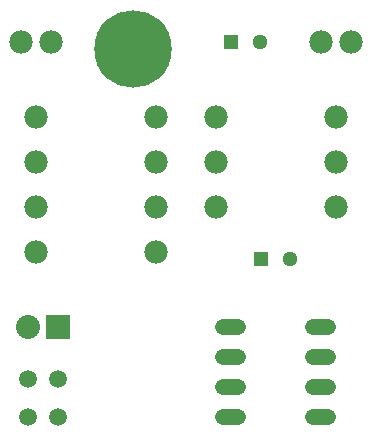
<source format=gts>
G75*
G70*
%OFA0B0*%
%FSLAX24Y24*%
%IPPOS*%
%LPD*%
%AMOC8*
5,1,8,0,0,1.08239X$1,22.5*
%
%ADD10C,0.0591*%
%ADD11R,0.0512X0.0512*%
%ADD12C,0.0512*%
%ADD13C,0.0780*%
%ADD14C,0.0520*%
%ADD15C,0.0800*%
%ADD16C,0.2580*%
%ADD17R,0.0800X0.0800*%
D10*
X001180Y001096D03*
X002180Y001096D03*
X002180Y002346D03*
X001180Y002346D03*
D11*
X008938Y006346D03*
X007938Y013596D03*
D12*
X008922Y013596D03*
X009922Y006346D03*
D13*
X011430Y008096D03*
X011430Y009596D03*
X011430Y011096D03*
X010930Y013596D03*
X011930Y013596D03*
X007430Y011096D03*
X007430Y009596D03*
X007430Y008096D03*
X005430Y008096D03*
X005430Y006596D03*
X005430Y009596D03*
X005430Y011096D03*
X001930Y013596D03*
X000930Y013596D03*
X001430Y011096D03*
X001430Y009596D03*
X001430Y008096D03*
X001430Y006596D03*
D14*
X007690Y004096D02*
X008170Y004096D01*
X008170Y003096D02*
X007690Y003096D01*
X007690Y002096D02*
X008170Y002096D01*
X008170Y001096D02*
X007690Y001096D01*
X010690Y001096D02*
X011170Y001096D01*
X011170Y002096D02*
X010690Y002096D01*
X010690Y003096D02*
X011170Y003096D01*
X011170Y004096D02*
X010690Y004096D01*
D15*
X001180Y004096D03*
D16*
X004680Y013346D03*
D17*
X002180Y004096D03*
M02*

</source>
